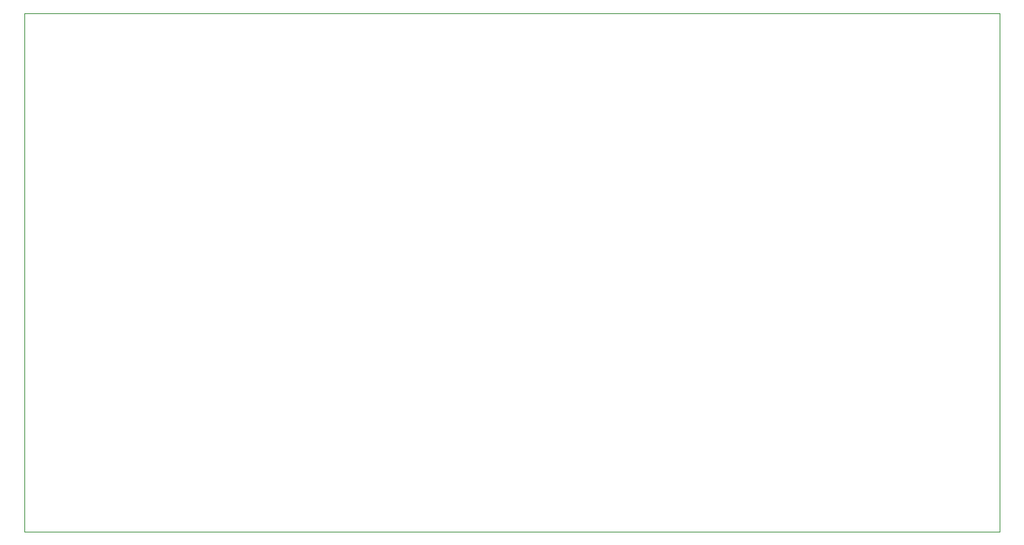
<source format=gbr>
%TF.GenerationSoftware,KiCad,Pcbnew,5.1.5-br-unknown-alt1.rc1*%
%TF.CreationDate,2025-11-01T06:41:33+07:00*%
%TF.ProjectId,ch32v307_100,63683332-7633-4303-975f-3130302e6b69,rev?*%
%TF.SameCoordinates,PX21e9a40PY1d11680*%
%TF.FileFunction,Profile,NP*%
%FSLAX46Y46*%
G04 Gerber Fmt 4.6, Leading zero omitted, Abs format (unit mm)*
G04 Created by KiCad (PCBNEW 5.1.5-br-unknown-alt1.rc1) date 2025-11-01 06:41:33*
%MOMM*%
%LPD*%
G01*
G04 APERTURE LIST*
%TA.AperFunction,Profile*%
%ADD10C,0.050000*%
%TD*%
G04 APERTURE END LIST*
D10*
X0Y-59436000D02*
X0Y0D01*
X111760000Y-59436000D02*
X0Y-59436000D01*
X111760000Y0D02*
X111760000Y-59436000D01*
X0Y0D02*
X111760000Y0D01*
M02*

</source>
